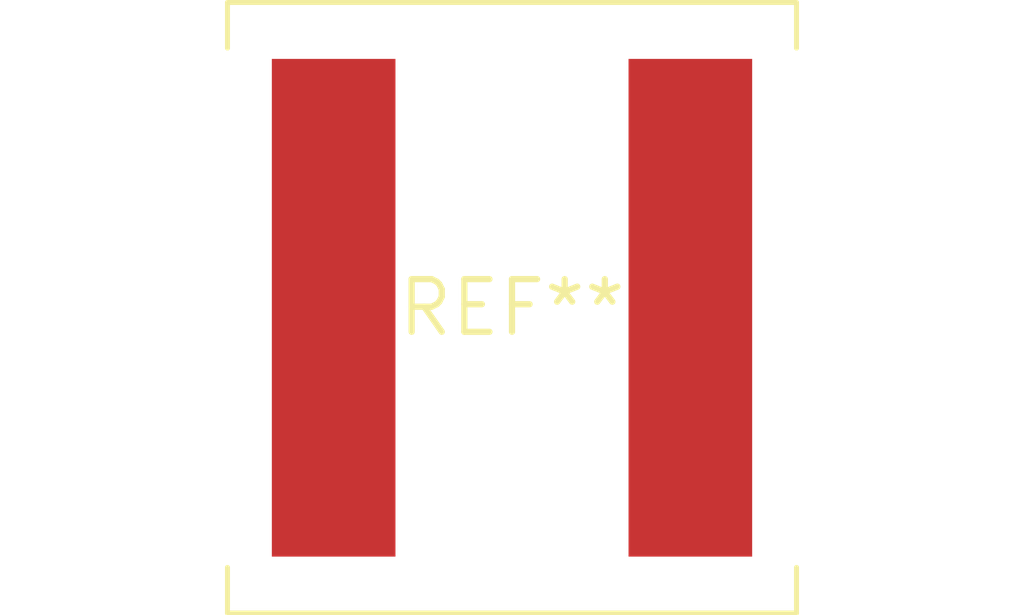
<source format=kicad_pcb>
(kicad_pcb (version 20240108) (generator pcbnew)
  (layers (0 "F.Cu" signal) (31 "B.Cu" signal) (34 "B.Paste" user) (35 "F.Paste" user) (36 "B.SilkS" user "B.Silkscreen") (37 "F.SilkS" user "F.Silkscreen") (38 "B.Mask" user) (39 "F.Mask" user) (44 "Edge.Cuts" user))
  (net 0 "")
  (footprint "L_Coilcraft_XAL1350-XXX" (layer "F.Cu") (at 0 0)
    (property "Reference" "REF**")
    (property "Value" "L_Coilcraft_XAL1350-XXX")
    (fp_line (start -6.86 -7.36) (end -6.86 -6.26) (layer "F.SilkS") (stroke (width 0.12)))
    (fp_line (start -6.86 -7.36) (end 6.86 -7.36) (layer "F.SilkS") (stroke (width 0.12)))
    (fp_line (start -6.86 7.36) (end -6.86 6.26) (layer "F.SilkS") (stroke (width 0.12)))
    (fp_line (start -6.86 7.36) (end 6.86 7.36) (layer "F.SilkS") (stroke (width 0.12)))
    (fp_line (start 6.86 -7.36) (end 6.86 -6.26) (layer "F.SilkS") (stroke (width 0.12)))
    (fp_line (start 6.86 7.36) (end 6.86 6.26) (layer "F.SilkS") (stroke (width 0.12)))
    (pad "1" smd rect (at -4.3 0) (size 2.98 12) (layers "F.Cu" "F.Paste" "F.Mask"))
    (pad "2" smd rect (at 4.3 0) (size 2.98 12) (layers "F.Cu" "F.Paste" "F.Mask"))
  )
)
</source>
